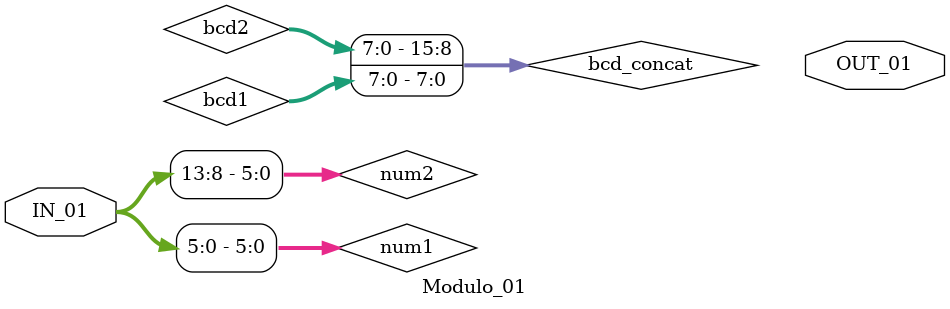
<source format=sv>
module Modulo_01(
  input [13:0] IN_01,
  output reg [15:0] OUT_01
);

  reg [5:0] num1;
  reg [5:0] num2;
  reg [7:0] bcd1;
  reg [7:0] bcd2;

  // Extraer los dos números de 6 bits
  assign num1 = IN_01[5:0];
  assign num2 = IN_01[13:8];

  // Instanciar el módulo bcd para cada número de 6 bits
  bcd bcd_inst1(
    .num(num1),
    .bcd(bcd1)
  );

  bcd bcd_inst2(
    .num(num2),
    .bcd(bcd2)
  );

  // Concatenar los dos valores BCD de 2 dígitos cada uno
  reg [15:0] bcd_concat;
  assign bcd_concat = {bcd2, bcd1};

endmodule
</source>
